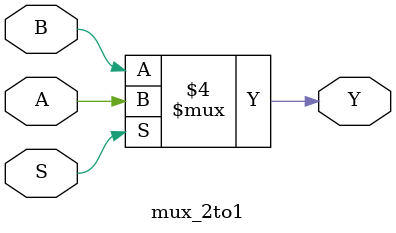
<source format=v>
module mux_2to1(
    input A, B, S,
    output reg Y
);

    always @ (A, B, S)
    begin
        if (S == 1'b1)
            Y = A;
        else
            Y = B;
    end

endmodule
</source>
